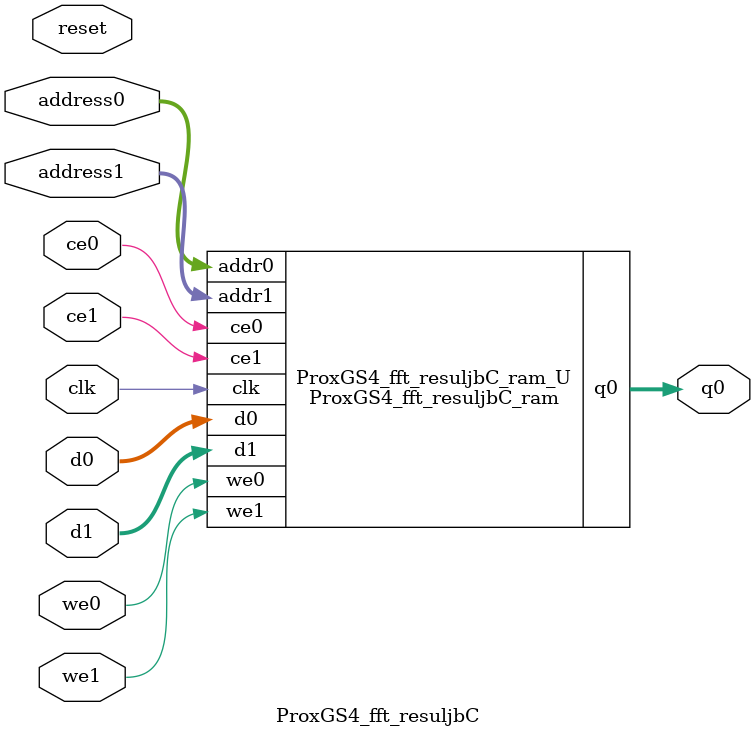
<source format=v>
`timescale 1 ns / 1 ps
module ProxGS4_fft_resuljbC_ram (addr0, ce0, d0, we0, q0, addr1, ce1, d1, we1,  clk);

parameter DWIDTH = 32;
parameter AWIDTH = 14;
parameter MEM_SIZE = 16384;

input[AWIDTH-1:0] addr0;
input ce0;
input[DWIDTH-1:0] d0;
input we0;
output reg[DWIDTH-1:0] q0;
input[AWIDTH-1:0] addr1;
input ce1;
input[DWIDTH-1:0] d1;
input we1;
input clk;

(* ram_style = "block" *)reg [DWIDTH-1:0] ram[0:MEM_SIZE-1];




always @(posedge clk)  
begin 
    if (ce0) begin
        if (we0) 
            ram[addr0] <= d0; 
        q0 <= ram[addr0];
    end
end


always @(posedge clk)  
begin 
    if (ce1) begin
        if (we1) 
            ram[addr1] <= d1; 
    end
end


endmodule

`timescale 1 ns / 1 ps
module ProxGS4_fft_resuljbC(
    reset,
    clk,
    address0,
    ce0,
    we0,
    d0,
    q0,
    address1,
    ce1,
    we1,
    d1);

parameter DataWidth = 32'd32;
parameter AddressRange = 32'd16384;
parameter AddressWidth = 32'd14;
input reset;
input clk;
input[AddressWidth - 1:0] address0;
input ce0;
input we0;
input[DataWidth - 1:0] d0;
output[DataWidth - 1:0] q0;
input[AddressWidth - 1:0] address1;
input ce1;
input we1;
input[DataWidth - 1:0] d1;



ProxGS4_fft_resuljbC_ram ProxGS4_fft_resuljbC_ram_U(
    .clk( clk ),
    .addr0( address0 ),
    .ce0( ce0 ),
    .we0( we0 ),
    .d0( d0 ),
    .q0( q0 ),
    .addr1( address1 ),
    .ce1( ce1 ),
    .we1( we1 ),
    .d1( d1 ));

endmodule


</source>
